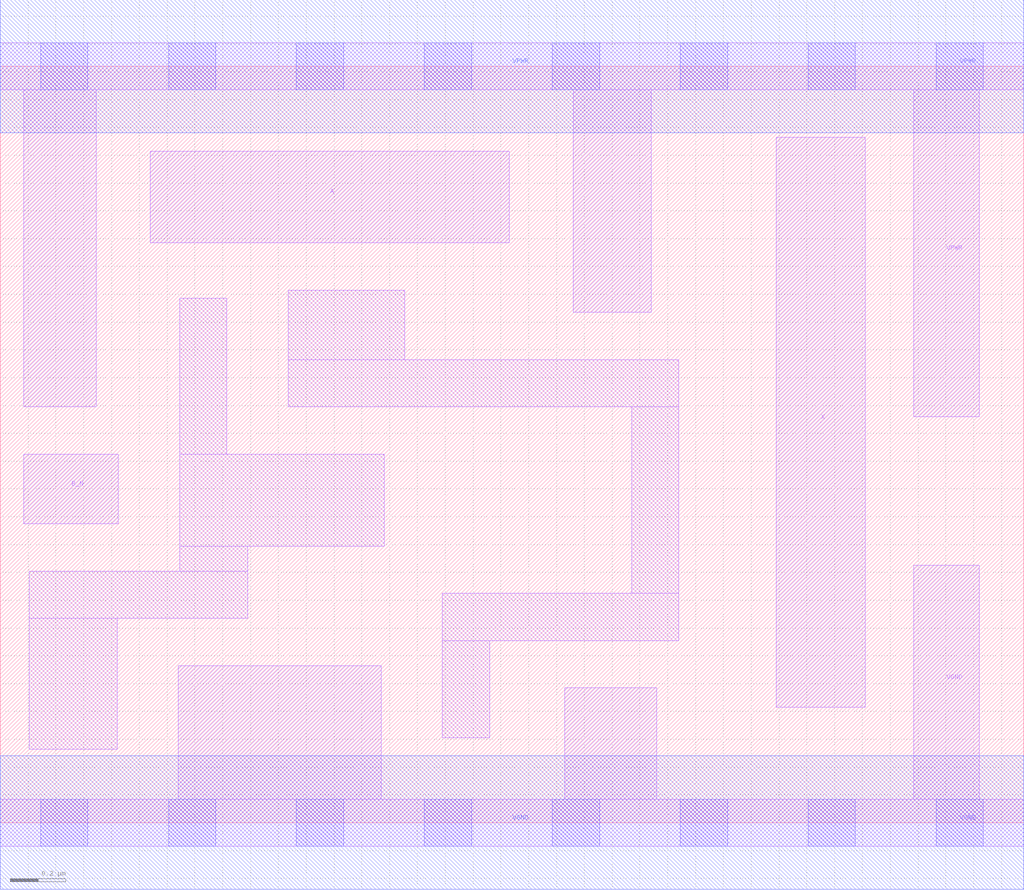
<source format=lef>
# Copyright 2020 The SkyWater PDK Authors
#
# Licensed under the Apache License, Version 2.0 (the "License");
# you may not use this file except in compliance with the License.
# You may obtain a copy of the License at
#
#     https://www.apache.org/licenses/LICENSE-2.0
#
# Unless required by applicable law or agreed to in writing, software
# distributed under the License is distributed on an "AS IS" BASIS,
# WITHOUT WARRANTIES OR CONDITIONS OF ANY KIND, either express or implied.
# See the License for the specific language governing permissions and
# limitations under the License.
#
# SPDX-License-Identifier: Apache-2.0

VERSION 5.7 ;
  NAMESCASESENSITIVE ON ;
  NOWIREEXTENSIONATPIN ON ;
  DIVIDERCHAR "/" ;
  BUSBITCHARS "[]" ;
UNITS
  DATABASE MICRONS 200 ;
END UNITS
PROPERTYDEFINITIONS
  MACRO maskLayoutSubType STRING ;
  MACRO prCellType STRING ;
  MACRO originalViewName STRING ;
END PROPERTYDEFINITIONS
MACRO sky130_fd_sc_hdll__or2b_2
  CLASS CORE ;
  FOREIGN sky130_fd_sc_hdll__or2b_2 ;
  ORIGIN  0.000000  0.000000 ;
  SIZE  3.680000 BY  2.720000 ;
  SYMMETRY X Y R90 ;
  SITE unithd ;
  PIN A
    ANTENNAGATEAREA  0.138600 ;
    DIRECTION INPUT ;
    USE SIGNAL ;
    PORT
      LAYER li1 ;
        RECT 0.540000 2.085000 1.830000 2.415000 ;
    END
  END A
  PIN B_N
    ANTENNAGATEAREA  0.138600 ;
    DIRECTION INPUT ;
    USE SIGNAL ;
    PORT
      LAYER li1 ;
        RECT 0.085000 1.075000 0.425000 1.325000 ;
    END
  END B_N
  PIN X
    ANTENNADIFFAREA  0.811500 ;
    DIRECTION OUTPUT ;
    USE SIGNAL ;
    PORT
      LAYER li1 ;
        RECT 2.790000 0.415000 3.110000 2.465000 ;
    END
  END X
  PIN VGND
    DIRECTION INOUT ;
    USE GROUND ;
    PORT
      LAYER li1 ;
        RECT 0.000000 -0.085000 3.680000 0.085000 ;
        RECT 0.640000  0.085000 1.370000 0.565000 ;
        RECT 2.030000  0.085000 2.360000 0.485000 ;
        RECT 3.285000  0.085000 3.520000 0.925000 ;
      LAYER mcon ;
        RECT 0.145000 -0.085000 0.315000 0.085000 ;
        RECT 0.605000 -0.085000 0.775000 0.085000 ;
        RECT 1.065000 -0.085000 1.235000 0.085000 ;
        RECT 1.525000 -0.085000 1.695000 0.085000 ;
        RECT 1.985000 -0.085000 2.155000 0.085000 ;
        RECT 2.445000 -0.085000 2.615000 0.085000 ;
        RECT 2.905000 -0.085000 3.075000 0.085000 ;
        RECT 3.365000 -0.085000 3.535000 0.085000 ;
      LAYER met1 ;
        RECT 0.000000 -0.240000 3.680000 0.240000 ;
    END
  END VGND
  PIN VPWR
    DIRECTION INOUT ;
    USE POWER ;
    PORT
      LAYER li1 ;
        RECT 0.000000 2.635000 3.680000 2.805000 ;
        RECT 0.085000 1.495000 0.345000 2.635000 ;
        RECT 2.060000 1.835000 2.340000 2.635000 ;
        RECT 3.285000 1.460000 3.520000 2.635000 ;
      LAYER mcon ;
        RECT 0.145000 2.635000 0.315000 2.805000 ;
        RECT 0.605000 2.635000 0.775000 2.805000 ;
        RECT 1.065000 2.635000 1.235000 2.805000 ;
        RECT 1.525000 2.635000 1.695000 2.805000 ;
        RECT 1.985000 2.635000 2.155000 2.805000 ;
        RECT 2.445000 2.635000 2.615000 2.805000 ;
        RECT 2.905000 2.635000 3.075000 2.805000 ;
        RECT 3.365000 2.635000 3.535000 2.805000 ;
      LAYER met1 ;
        RECT 0.000000 2.480000 3.680000 2.960000 ;
    END
  END VPWR
  OBS
    LAYER li1 ;
      RECT 0.105000 0.265000 0.420000 0.735000 ;
      RECT 0.105000 0.735000 0.890000 0.905000 ;
      RECT 0.645000 0.905000 0.890000 0.995000 ;
      RECT 0.645000 0.995000 1.380000 1.325000 ;
      RECT 0.645000 1.325000 0.815000 1.885000 ;
      RECT 1.035000 1.495000 2.440000 1.665000 ;
      RECT 1.035000 1.665000 1.455000 1.915000 ;
      RECT 1.590000 0.305000 1.760000 0.655000 ;
      RECT 1.590000 0.655000 2.440000 0.825000 ;
      RECT 2.270000 0.825000 2.440000 1.495000 ;
  END
  PROPERTY maskLayoutSubType "abstract" ;
  PROPERTY prCellType "standard" ;
  PROPERTY originalViewName "layout" ;
END sky130_fd_sc_hdll__or2b_2

</source>
